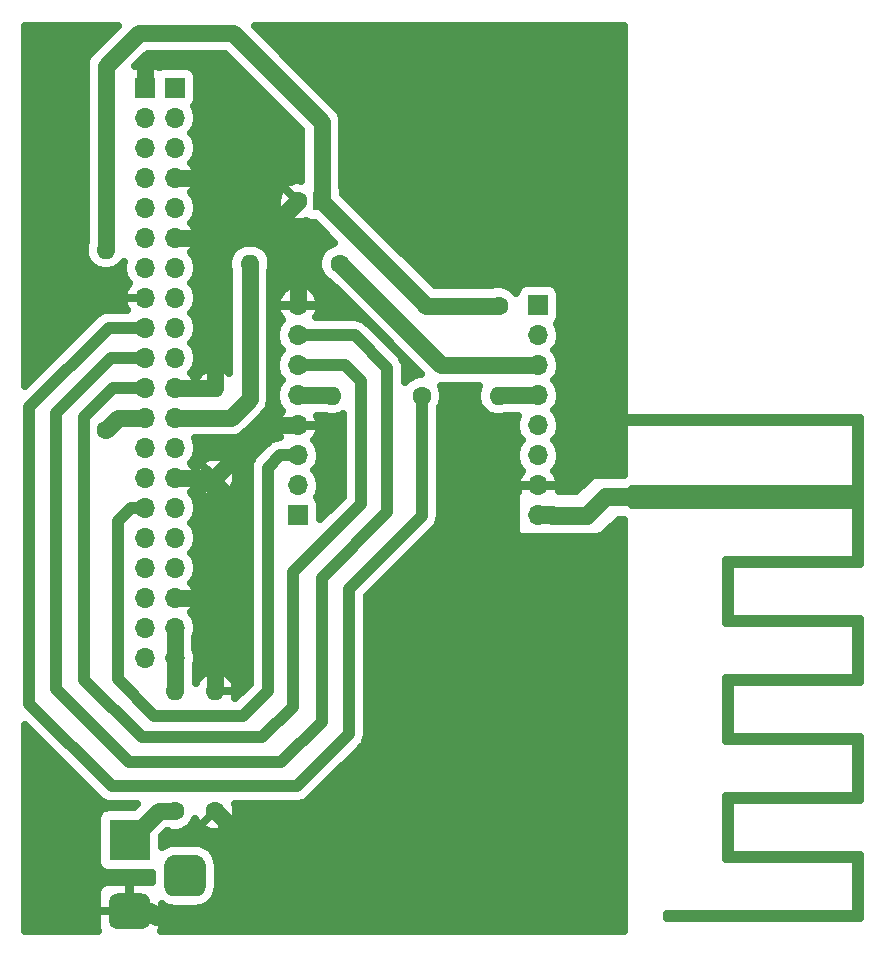
<source format=gbr>
G04 #@! TF.GenerationSoftware,KiCad,Pcbnew,(5.1.5)-3*
G04 #@! TF.CreationDate,2020-05-22T17:38:11+01:00*
G04 #@! TF.ProjectId,SB,53422e6b-6963-4616-945f-706362585858,rev?*
G04 #@! TF.SameCoordinates,Original*
G04 #@! TF.FileFunction,Copper,L2,Bot*
G04 #@! TF.FilePolarity,Positive*
%FSLAX46Y46*%
G04 Gerber Fmt 4.6, Leading zero omitted, Abs format (unit mm)*
G04 Created by KiCad (PCBNEW (5.1.5)-3) date 2020-05-22 17:38:11*
%MOMM*%
%LPD*%
G04 APERTURE LIST*
%ADD10C,1.600000*%
%ADD11O,1.600000X1.600000*%
%ADD12C,0.100000*%
%ADD13R,3.500000X3.500000*%
%ADD14O,1.700000X1.700000*%
%ADD15R,1.700000X1.700000*%
%ADD16R,1.600000X1.600000*%
%ADD17C,1.400000*%
%ADD18C,1.500000*%
%ADD19C,1.000000*%
%ADD20C,0.650000*%
G04 APERTURE END LIST*
D10*
X141605000Y-95440500D03*
D11*
X141605000Y-85280500D03*
X138239500Y-85280500D03*
D10*
X138239500Y-95440500D03*
D11*
X132384800Y-47904400D03*
D10*
X132384800Y-63144400D03*
D11*
X151485600Y-60274200D03*
D10*
X159105600Y-60274200D03*
D11*
X144551400Y-49098200D03*
D10*
X152171400Y-49098200D03*
D11*
X141605000Y-59613800D03*
D10*
X141605000Y-67233800D03*
G04 #@! TA.AperFunction,ComponentPad*
D12*
G36*
X140026765Y-99171213D02*
G01*
X140111704Y-99183813D01*
X140194999Y-99204677D01*
X140275848Y-99233605D01*
X140353472Y-99270319D01*
X140427124Y-99314464D01*
X140496094Y-99365616D01*
X140559718Y-99423282D01*
X140617384Y-99486906D01*
X140668536Y-99555876D01*
X140712681Y-99629528D01*
X140749395Y-99707152D01*
X140778323Y-99788001D01*
X140799187Y-99871296D01*
X140811787Y-99956235D01*
X140816000Y-100042000D01*
X140816000Y-101792000D01*
X140811787Y-101877765D01*
X140799187Y-101962704D01*
X140778323Y-102045999D01*
X140749395Y-102126848D01*
X140712681Y-102204472D01*
X140668536Y-102278124D01*
X140617384Y-102347094D01*
X140559718Y-102410718D01*
X140496094Y-102468384D01*
X140427124Y-102519536D01*
X140353472Y-102563681D01*
X140275848Y-102600395D01*
X140194999Y-102629323D01*
X140111704Y-102650187D01*
X140026765Y-102662787D01*
X139941000Y-102667000D01*
X138191000Y-102667000D01*
X138105235Y-102662787D01*
X138020296Y-102650187D01*
X137937001Y-102629323D01*
X137856152Y-102600395D01*
X137778528Y-102563681D01*
X137704876Y-102519536D01*
X137635906Y-102468384D01*
X137572282Y-102410718D01*
X137514616Y-102347094D01*
X137463464Y-102278124D01*
X137419319Y-102204472D01*
X137382605Y-102126848D01*
X137353677Y-102045999D01*
X137332813Y-101962704D01*
X137320213Y-101877765D01*
X137316000Y-101792000D01*
X137316000Y-100042000D01*
X137320213Y-99956235D01*
X137332813Y-99871296D01*
X137353677Y-99788001D01*
X137382605Y-99707152D01*
X137419319Y-99629528D01*
X137463464Y-99555876D01*
X137514616Y-99486906D01*
X137572282Y-99423282D01*
X137635906Y-99365616D01*
X137704876Y-99314464D01*
X137778528Y-99270319D01*
X137856152Y-99233605D01*
X137937001Y-99204677D01*
X138020296Y-99183813D01*
X138105235Y-99171213D01*
X138191000Y-99167000D01*
X139941000Y-99167000D01*
X140026765Y-99171213D01*
G37*
G04 #@! TD.AperFunction*
G04 #@! TA.AperFunction,ComponentPad*
G36*
X135439513Y-102420611D02*
G01*
X135512318Y-102431411D01*
X135583714Y-102449295D01*
X135653013Y-102474090D01*
X135719548Y-102505559D01*
X135782678Y-102543398D01*
X135841795Y-102587242D01*
X135896330Y-102636670D01*
X135945758Y-102691205D01*
X135989602Y-102750322D01*
X136027441Y-102813452D01*
X136058910Y-102879987D01*
X136083705Y-102949286D01*
X136101589Y-103020682D01*
X136112389Y-103093487D01*
X136116000Y-103167000D01*
X136116000Y-104667000D01*
X136112389Y-104740513D01*
X136101589Y-104813318D01*
X136083705Y-104884714D01*
X136058910Y-104954013D01*
X136027441Y-105020548D01*
X135989602Y-105083678D01*
X135945758Y-105142795D01*
X135896330Y-105197330D01*
X135841795Y-105246758D01*
X135782678Y-105290602D01*
X135719548Y-105328441D01*
X135653013Y-105359910D01*
X135583714Y-105384705D01*
X135512318Y-105402589D01*
X135439513Y-105413389D01*
X135366000Y-105417000D01*
X133366000Y-105417000D01*
X133292487Y-105413389D01*
X133219682Y-105402589D01*
X133148286Y-105384705D01*
X133078987Y-105359910D01*
X133012452Y-105328441D01*
X132949322Y-105290602D01*
X132890205Y-105246758D01*
X132835670Y-105197330D01*
X132786242Y-105142795D01*
X132742398Y-105083678D01*
X132704559Y-105020548D01*
X132673090Y-104954013D01*
X132648295Y-104884714D01*
X132630411Y-104813318D01*
X132619611Y-104740513D01*
X132616000Y-104667000D01*
X132616000Y-103167000D01*
X132619611Y-103093487D01*
X132630411Y-103020682D01*
X132648295Y-102949286D01*
X132673090Y-102879987D01*
X132704559Y-102813452D01*
X132742398Y-102750322D01*
X132786242Y-102691205D01*
X132835670Y-102636670D01*
X132890205Y-102587242D01*
X132949322Y-102543398D01*
X133012452Y-102505559D01*
X133078987Y-102474090D01*
X133148286Y-102449295D01*
X133219682Y-102431411D01*
X133292487Y-102420611D01*
X133366000Y-102417000D01*
X135366000Y-102417000D01*
X135439513Y-102420611D01*
G37*
G04 #@! TD.AperFunction*
D13*
X134366000Y-97917000D03*
D11*
X165608000Y-60274200D03*
D10*
X165608000Y-52654200D03*
D14*
X138226800Y-82473800D03*
X138226800Y-79933800D03*
X138226800Y-77393800D03*
X138226800Y-74853800D03*
X138226800Y-72313800D03*
X138226800Y-69773800D03*
X138226800Y-67233800D03*
X138226800Y-64693800D03*
X138226800Y-62153800D03*
X138226800Y-59613800D03*
X138226800Y-57073800D03*
X138226800Y-54533800D03*
X138226800Y-51993800D03*
X138226800Y-49453800D03*
X138226800Y-46913800D03*
X138226800Y-44373800D03*
X138226800Y-41833800D03*
X138226800Y-39293800D03*
X138226800Y-36753800D03*
D15*
X138226800Y-34213800D03*
D14*
X135686800Y-82473800D03*
X135686800Y-79933800D03*
X135686800Y-77393800D03*
X135686800Y-74853800D03*
X135686800Y-72313800D03*
X135686800Y-69773800D03*
X135686800Y-67233800D03*
X135686800Y-64693800D03*
X135686800Y-62153800D03*
X135686800Y-59613800D03*
X135686800Y-57073800D03*
X135686800Y-54533800D03*
X135686800Y-51993800D03*
X135686800Y-49453800D03*
X135686800Y-46913800D03*
X135686800Y-44373800D03*
X135686800Y-41833800D03*
X135686800Y-39293800D03*
X135686800Y-36753800D03*
D15*
X135686800Y-34213800D03*
D10*
X148639780Y-43815000D03*
D16*
X150639780Y-43815000D03*
D14*
X168961053Y-70414873D03*
X168961053Y-67874873D03*
X168961053Y-65334873D03*
X168961053Y-62794873D03*
X168961053Y-60254873D03*
X168961053Y-57714873D03*
X168961053Y-55174873D03*
D15*
X168961053Y-52634873D03*
D14*
X148641052Y-52634875D03*
X148641052Y-55174875D03*
X148641052Y-57714875D03*
X148641052Y-60254875D03*
X148641052Y-62794875D03*
X148641052Y-65334875D03*
X148641052Y-67874875D03*
D15*
X148641052Y-70414875D03*
D17*
X159478980Y-52654200D02*
X150639780Y-43815000D01*
X165608000Y-52654200D02*
X159478980Y-52654200D01*
X143129000Y-29591000D02*
X150639780Y-37101780D01*
X132384800Y-46773030D02*
X132397500Y-46760330D01*
X150639780Y-37101780D02*
X150639780Y-43815000D01*
X132384800Y-47904400D02*
X132384800Y-46773030D01*
X132397500Y-46760330D02*
X132397500Y-32385000D01*
X132397500Y-32385000D02*
X135191500Y-29591000D01*
X135191500Y-29591000D02*
X143129000Y-29591000D01*
X152971399Y-49898199D02*
X152971399Y-49910899D01*
X152171400Y-49098200D02*
X152971399Y-49898199D01*
X160775373Y-57714873D02*
X168961053Y-57714873D01*
X152971399Y-49910899D02*
X160775373Y-57714873D01*
D18*
X170163134Y-70414873D02*
X170207861Y-70459600D01*
X168961053Y-70414873D02*
X170163134Y-70414873D01*
X170207861Y-70459600D02*
X173101000Y-70459600D01*
X173101000Y-70459600D02*
X174726600Y-68834000D01*
X174726600Y-68834000D02*
X177266600Y-68834000D01*
D17*
X136842500Y-95440500D02*
X134366000Y-97917000D01*
X138239500Y-95440500D02*
X136842500Y-95440500D01*
D19*
X132791200Y-57073800D02*
X135686800Y-57073800D01*
X156146500Y-57912000D02*
X156146500Y-70167500D01*
X153416000Y-55181500D02*
X156146500Y-57912000D01*
X149843133Y-55174875D02*
X149849758Y-55181500D01*
X148641052Y-55174875D02*
X149843133Y-55174875D01*
X149849758Y-55181500D02*
X153416000Y-55181500D01*
X156146500Y-70167500D02*
X150622000Y-75692000D01*
X150622000Y-87884000D02*
X147193000Y-91313000D01*
X150622000Y-75692000D02*
X150622000Y-87884000D01*
X128143000Y-85153500D02*
X128143000Y-61722000D01*
X147193000Y-91313000D02*
X134302500Y-91313000D01*
X128143000Y-61722000D02*
X132791200Y-57073800D01*
X134302500Y-91313000D02*
X128143000Y-85153500D01*
X149843133Y-57714875D02*
X149849758Y-57721500D01*
X148641052Y-57714875D02*
X149843133Y-57714875D01*
X148209000Y-86614000D02*
X145605500Y-89217500D01*
X130492500Y-62103000D02*
X132981700Y-59613800D01*
X152583875Y-57714875D02*
X153924000Y-59055000D01*
X153924000Y-69469000D02*
X148209000Y-75184000D01*
X132981700Y-59613800D02*
X135686800Y-59613800D01*
X130492500Y-84328000D02*
X130492500Y-62103000D01*
X135382000Y-89217500D02*
X130492500Y-84328000D01*
X148209000Y-75184000D02*
X148209000Y-86614000D01*
X149843133Y-57714875D02*
X152583875Y-57714875D01*
X145605500Y-89217500D02*
X135382000Y-89217500D01*
X153924000Y-59055000D02*
X153924000Y-69469000D01*
D17*
X151466275Y-60254875D02*
X151485600Y-60274200D01*
X148641052Y-60254875D02*
X151466275Y-60254875D01*
D19*
X133350000Y-70908519D02*
X134484719Y-69773800D01*
X133350000Y-84264500D02*
X133350000Y-70908519D01*
X134484719Y-69773800D02*
X135686800Y-69773800D01*
X136461500Y-87376000D02*
X133350000Y-84264500D01*
X147136125Y-65334875D02*
X146050000Y-66421000D01*
X148641052Y-65334875D02*
X147136125Y-65334875D01*
X146050000Y-66421000D02*
X146050000Y-85280500D01*
X146050000Y-85280500D02*
X143954500Y-87376000D01*
X143954500Y-87376000D02*
X136461500Y-87376000D01*
D17*
X133375400Y-62153800D02*
X132384800Y-63144400D01*
X135686800Y-62153800D02*
X133375400Y-62153800D01*
D19*
X132600700Y-54533800D02*
X135686800Y-54533800D01*
X125857000Y-86360000D02*
X125857000Y-61277500D01*
X132842000Y-93345000D02*
X125857000Y-86360000D01*
X159105600Y-70446900D02*
X152908000Y-76644500D01*
X152908000Y-76644500D02*
X152908000Y-88963500D01*
X125857000Y-61277500D02*
X132600700Y-54533800D01*
X159105600Y-60274200D02*
X159105600Y-70446900D01*
X152908000Y-88963500D02*
X148526500Y-93345000D01*
X148526500Y-93345000D02*
X132842000Y-93345000D01*
D17*
X138226800Y-79933800D02*
X138226800Y-82473800D01*
X138239500Y-82486500D02*
X138226800Y-82473800D01*
X138239500Y-85280500D02*
X138239500Y-82486500D01*
X139428881Y-62153800D02*
X139441581Y-62166500D01*
X138226800Y-62153800D02*
X139428881Y-62153800D01*
X139441581Y-62166500D02*
X142938500Y-62166500D01*
X144551400Y-60553600D02*
X144551400Y-49098200D01*
X142938500Y-62166500D02*
X144551400Y-60553600D01*
X165627327Y-60254873D02*
X165608000Y-60274200D01*
X168961053Y-60254873D02*
X165627327Y-60254873D01*
D19*
X176745900Y-62318900D02*
X175475900Y-62318900D01*
D17*
X142494000Y-96329500D02*
X141605000Y-95440500D01*
X136116000Y-103917000D02*
X136593000Y-104394000D01*
X134366000Y-103917000D02*
X136116000Y-103917000D01*
X136593000Y-104394000D02*
X141224000Y-104394000D01*
X141224000Y-104394000D02*
X142494000Y-103124000D01*
X142494000Y-103124000D02*
X142494000Y-96329500D01*
X148721052Y-52554875D02*
X148641051Y-52634875D01*
X141020800Y-46913800D02*
X138226800Y-46913800D01*
X141046200Y-46888400D02*
X141020800Y-46913800D01*
X138226800Y-41833800D02*
X140741400Y-41833800D01*
X141046200Y-42138600D02*
X141046200Y-46888400D01*
X140741400Y-41833800D02*
X141046200Y-42138600D01*
X138226800Y-59613800D02*
X141605000Y-59613800D01*
X141605000Y-47447200D02*
X141605000Y-59613800D01*
X141046200Y-46888400D02*
X141605000Y-47447200D01*
X140741400Y-32664400D02*
X140741400Y-41833800D01*
X139763500Y-31686500D02*
X140741400Y-32664400D01*
X135686800Y-31963800D02*
X136002200Y-31648400D01*
X138404600Y-31648400D02*
X138442700Y-31686500D01*
X135686800Y-34213800D02*
X135686800Y-31963800D01*
X136002200Y-31648400D02*
X138404600Y-31648400D01*
X138442700Y-31686500D02*
X139763500Y-31686500D01*
X145909280Y-46545500D02*
X148639780Y-43815000D01*
X148641052Y-49277272D02*
X145909280Y-46545500D01*
X148641052Y-52634875D02*
X148641052Y-49277272D01*
X145566380Y-46888400D02*
X145909280Y-46545500D01*
X141046200Y-46888400D02*
X145566380Y-46888400D01*
X141605000Y-67233800D02*
X138226800Y-67233800D01*
X141605000Y-77393800D02*
X138226800Y-77393800D01*
X141605000Y-67233800D02*
X141605000Y-77393800D01*
X141605000Y-84149130D02*
X141605000Y-77393800D01*
X141605000Y-85280500D02*
X141605000Y-84149130D01*
X146043925Y-62794875D02*
X141605000Y-67233800D01*
X148641052Y-62794875D02*
X146043925Y-62794875D01*
D20*
G36*
X196218070Y-74503400D02*
G01*
X185534710Y-74503400D01*
X185471306Y-74509645D01*
X185410338Y-74528139D01*
X185354150Y-74558172D01*
X185304900Y-74598590D01*
X185264482Y-74647840D01*
X185234449Y-74704028D01*
X185215955Y-74764996D01*
X185209710Y-74828400D01*
X185209710Y-78854300D01*
X185215955Y-78917704D01*
X185234449Y-78978672D01*
X185264482Y-79034860D01*
X185304900Y-79084110D01*
X185354150Y-79124528D01*
X185410338Y-79154561D01*
X185471306Y-79173055D01*
X185534710Y-79179300D01*
X196218070Y-79179300D01*
X196218070Y-84508685D01*
X185531945Y-84516080D01*
X185468545Y-84522369D01*
X185407590Y-84540905D01*
X185351423Y-84570977D01*
X185302201Y-84611429D01*
X185261817Y-84660707D01*
X185231823Y-84716916D01*
X185213371Y-84777896D01*
X185207170Y-84841286D01*
X185209710Y-88846866D01*
X185215995Y-88910266D01*
X185234528Y-88971222D01*
X185264597Y-89027392D01*
X185305046Y-89076615D01*
X185354321Y-89117002D01*
X185410528Y-89147000D01*
X185471508Y-89165455D01*
X185534710Y-89171660D01*
X196218070Y-89171660D01*
X196218070Y-94513520D01*
X185534710Y-94513520D01*
X185471306Y-94519765D01*
X185410338Y-94538259D01*
X185354150Y-94568292D01*
X185304900Y-94608710D01*
X185264482Y-94657960D01*
X185234449Y-94714148D01*
X185215955Y-94775116D01*
X185209710Y-94838725D01*
X185212250Y-98864625D01*
X185218535Y-98928025D01*
X185237068Y-98988982D01*
X185267136Y-99045151D01*
X185307585Y-99094375D01*
X185356860Y-99134761D01*
X185413067Y-99164759D01*
X185474047Y-99183215D01*
X185537475Y-99189420D01*
X196222874Y-99182025D01*
X196218345Y-104528789D01*
X179893250Y-104531231D01*
X179893250Y-104195812D01*
X195557498Y-104198300D01*
X195620904Y-104192065D01*
X195681874Y-104173581D01*
X195738067Y-104143556D01*
X195787323Y-104103146D01*
X195827749Y-104053903D01*
X195857791Y-103997720D01*
X195876295Y-103936755D01*
X195882550Y-103873710D01*
X195887630Y-99845270D01*
X195881465Y-99781858D01*
X195863047Y-99720867D01*
X195833085Y-99664641D01*
X195792729Y-99615340D01*
X195743531Y-99574860D01*
X195687381Y-99544756D01*
X195626436Y-99526185D01*
X195562555Y-99519860D01*
X184876730Y-99522325D01*
X184876730Y-94180540D01*
X195560090Y-94180540D01*
X195623494Y-94174295D01*
X195684462Y-94155801D01*
X195740650Y-94125768D01*
X195789900Y-94085350D01*
X195830318Y-94036100D01*
X195860351Y-93979912D01*
X195878845Y-93918944D01*
X195885090Y-93855540D01*
X195885090Y-89829640D01*
X195878845Y-89766236D01*
X195860351Y-89705268D01*
X195830318Y-89649080D01*
X195789900Y-89599830D01*
X195740650Y-89559412D01*
X195684462Y-89529379D01*
X195623494Y-89510885D01*
X195560090Y-89504640D01*
X184876730Y-89504640D01*
X184876730Y-84188330D01*
X195559940Y-84193260D01*
X195623347Y-84187044D01*
X195684324Y-84168578D01*
X195740526Y-84138571D01*
X195789794Y-84098176D01*
X195830234Y-84048945D01*
X195860293Y-83992771D01*
X195878816Y-83931811D01*
X195885090Y-83868260D01*
X195885090Y-79837280D01*
X195878845Y-79773876D01*
X195860351Y-79712908D01*
X195830318Y-79656720D01*
X195789900Y-79607470D01*
X195740650Y-79567052D01*
X195684462Y-79537019D01*
X195623494Y-79518525D01*
X195560090Y-79512280D01*
X184876730Y-79512280D01*
X184876730Y-74170420D01*
X195560090Y-74170420D01*
X195623494Y-74164175D01*
X195684462Y-74145681D01*
X195740650Y-74115648D01*
X195789900Y-74075230D01*
X195830318Y-74025980D01*
X195860351Y-73969792D01*
X195878845Y-73908824D01*
X195885090Y-73845420D01*
X195885090Y-69819520D01*
X195878845Y-69756116D01*
X195860351Y-69695148D01*
X195830318Y-69638960D01*
X195789900Y-69589710D01*
X195740650Y-69549292D01*
X195684462Y-69519259D01*
X195623494Y-69500765D01*
X195560090Y-69494520D01*
X176868110Y-69494520D01*
X176868110Y-68168400D01*
X195560090Y-68168400D01*
X195623494Y-68162155D01*
X195684462Y-68143661D01*
X195740650Y-68113628D01*
X195789900Y-68073210D01*
X195830318Y-68023960D01*
X195860351Y-67967772D01*
X195878845Y-67906804D01*
X195885090Y-67843400D01*
X195885090Y-62801500D01*
X195878845Y-62738096D01*
X195860351Y-62677128D01*
X195830318Y-62620940D01*
X195789900Y-62571690D01*
X195740650Y-62531272D01*
X195684462Y-62501239D01*
X195623494Y-62482745D01*
X195560090Y-62476500D01*
X176868110Y-62476500D01*
X176868110Y-62168920D01*
X196218070Y-62168920D01*
X196218070Y-74503400D01*
G37*
X196218070Y-74503400D02*
X185534710Y-74503400D01*
X185471306Y-74509645D01*
X185410338Y-74528139D01*
X185354150Y-74558172D01*
X185304900Y-74598590D01*
X185264482Y-74647840D01*
X185234449Y-74704028D01*
X185215955Y-74764996D01*
X185209710Y-74828400D01*
X185209710Y-78854300D01*
X185215955Y-78917704D01*
X185234449Y-78978672D01*
X185264482Y-79034860D01*
X185304900Y-79084110D01*
X185354150Y-79124528D01*
X185410338Y-79154561D01*
X185471306Y-79173055D01*
X185534710Y-79179300D01*
X196218070Y-79179300D01*
X196218070Y-84508685D01*
X185531945Y-84516080D01*
X185468545Y-84522369D01*
X185407590Y-84540905D01*
X185351423Y-84570977D01*
X185302201Y-84611429D01*
X185261817Y-84660707D01*
X185231823Y-84716916D01*
X185213371Y-84777896D01*
X185207170Y-84841286D01*
X185209710Y-88846866D01*
X185215995Y-88910266D01*
X185234528Y-88971222D01*
X185264597Y-89027392D01*
X185305046Y-89076615D01*
X185354321Y-89117002D01*
X185410528Y-89147000D01*
X185471508Y-89165455D01*
X185534710Y-89171660D01*
X196218070Y-89171660D01*
X196218070Y-94513520D01*
X185534710Y-94513520D01*
X185471306Y-94519765D01*
X185410338Y-94538259D01*
X185354150Y-94568292D01*
X185304900Y-94608710D01*
X185264482Y-94657960D01*
X185234449Y-94714148D01*
X185215955Y-94775116D01*
X185209710Y-94838725D01*
X185212250Y-98864625D01*
X185218535Y-98928025D01*
X185237068Y-98988982D01*
X185267136Y-99045151D01*
X185307585Y-99094375D01*
X185356860Y-99134761D01*
X185413067Y-99164759D01*
X185474047Y-99183215D01*
X185537475Y-99189420D01*
X196222874Y-99182025D01*
X196218345Y-104528789D01*
X179893250Y-104531231D01*
X179893250Y-104195812D01*
X195557498Y-104198300D01*
X195620904Y-104192065D01*
X195681874Y-104173581D01*
X195738067Y-104143556D01*
X195787323Y-104103146D01*
X195827749Y-104053903D01*
X195857791Y-103997720D01*
X195876295Y-103936755D01*
X195882550Y-103873710D01*
X195887630Y-99845270D01*
X195881465Y-99781858D01*
X195863047Y-99720867D01*
X195833085Y-99664641D01*
X195792729Y-99615340D01*
X195743531Y-99574860D01*
X195687381Y-99544756D01*
X195626436Y-99526185D01*
X195562555Y-99519860D01*
X184876730Y-99522325D01*
X184876730Y-94180540D01*
X195560090Y-94180540D01*
X195623494Y-94174295D01*
X195684462Y-94155801D01*
X195740650Y-94125768D01*
X195789900Y-94085350D01*
X195830318Y-94036100D01*
X195860351Y-93979912D01*
X195878845Y-93918944D01*
X195885090Y-93855540D01*
X195885090Y-89829640D01*
X195878845Y-89766236D01*
X195860351Y-89705268D01*
X195830318Y-89649080D01*
X195789900Y-89599830D01*
X195740650Y-89559412D01*
X195684462Y-89529379D01*
X195623494Y-89510885D01*
X195560090Y-89504640D01*
X184876730Y-89504640D01*
X184876730Y-84188330D01*
X195559940Y-84193260D01*
X195623347Y-84187044D01*
X195684324Y-84168578D01*
X195740526Y-84138571D01*
X195789794Y-84098176D01*
X195830234Y-84048945D01*
X195860293Y-83992771D01*
X195878816Y-83931811D01*
X195885090Y-83868260D01*
X195885090Y-79837280D01*
X195878845Y-79773876D01*
X195860351Y-79712908D01*
X195830318Y-79656720D01*
X195789900Y-79607470D01*
X195740650Y-79567052D01*
X195684462Y-79537019D01*
X195623494Y-79518525D01*
X195560090Y-79512280D01*
X184876730Y-79512280D01*
X184876730Y-74170420D01*
X195560090Y-74170420D01*
X195623494Y-74164175D01*
X195684462Y-74145681D01*
X195740650Y-74115648D01*
X195789900Y-74075230D01*
X195830318Y-74025980D01*
X195860351Y-73969792D01*
X195878845Y-73908824D01*
X195885090Y-73845420D01*
X195885090Y-69819520D01*
X195878845Y-69756116D01*
X195860351Y-69695148D01*
X195830318Y-69638960D01*
X195789900Y-69589710D01*
X195740650Y-69549292D01*
X195684462Y-69519259D01*
X195623494Y-69500765D01*
X195560090Y-69494520D01*
X176868110Y-69494520D01*
X176868110Y-68168400D01*
X195560090Y-68168400D01*
X195623494Y-68162155D01*
X195684462Y-68143661D01*
X195740650Y-68113628D01*
X195789900Y-68073210D01*
X195830318Y-68023960D01*
X195860351Y-67967772D01*
X195878845Y-67906804D01*
X195885090Y-67843400D01*
X195885090Y-62801500D01*
X195878845Y-62738096D01*
X195860351Y-62677128D01*
X195830318Y-62620940D01*
X195789900Y-62571690D01*
X195740650Y-62531272D01*
X195684462Y-62501239D01*
X195623494Y-62482745D01*
X195560090Y-62476500D01*
X176868110Y-62476500D01*
X176868110Y-62168920D01*
X196218070Y-62168920D01*
X196218070Y-74503400D01*
G36*
X176205000Y-66985000D02*
G01*
X173736000Y-66985000D01*
X173672596Y-66991245D01*
X173611628Y-67009739D01*
X173555440Y-67039772D01*
X173506190Y-67080190D01*
X172204380Y-68382000D01*
X170706346Y-68382000D01*
X170741298Y-68276562D01*
X170759504Y-68185031D01*
X170542105Y-67899873D01*
X168986053Y-67899873D01*
X168986053Y-67919873D01*
X168936053Y-67919873D01*
X168936053Y-67899873D01*
X167380001Y-67899873D01*
X167162602Y-68185031D01*
X167180808Y-68276562D01*
X167229630Y-68423842D01*
X167205440Y-68436772D01*
X167156190Y-68477190D01*
X167115772Y-68526440D01*
X167085739Y-68582628D01*
X167067245Y-68643596D01*
X167061000Y-68707000D01*
X167061000Y-71882000D01*
X167067245Y-71945404D01*
X167085739Y-72006372D01*
X167115772Y-72062560D01*
X167156190Y-72111810D01*
X167205440Y-72152228D01*
X167261628Y-72182261D01*
X167322596Y-72200755D01*
X167386000Y-72207000D01*
X168627947Y-72207000D01*
X168650894Y-72213325D01*
X168659191Y-72207000D01*
X169262915Y-72207000D01*
X169271212Y-72213325D01*
X169294159Y-72207000D01*
X174117000Y-72207000D01*
X174180404Y-72200755D01*
X174241372Y-72182261D01*
X174297560Y-72152228D01*
X174336611Y-72121575D01*
X175767420Y-70810000D01*
X176205000Y-70810000D01*
X176205000Y-105630000D01*
X137070260Y-105630000D01*
X137076893Y-105608134D01*
X137095718Y-105417000D01*
X137091000Y-104185750D01*
X136847250Y-103942000D01*
X134391000Y-103942000D01*
X134391000Y-103962000D01*
X134341000Y-103962000D01*
X134341000Y-103942000D01*
X131884750Y-103942000D01*
X131641000Y-104185750D01*
X131636282Y-105417000D01*
X131655107Y-105608134D01*
X131661740Y-105630000D01*
X125510000Y-105630000D01*
X125510000Y-102417000D01*
X131636282Y-102417000D01*
X131641000Y-103648250D01*
X131884750Y-103892000D01*
X134341000Y-103892000D01*
X134341000Y-101685750D01*
X134097250Y-101442000D01*
X132616000Y-101437282D01*
X132424866Y-101456107D01*
X132241078Y-101511859D01*
X132071698Y-101602394D01*
X131923235Y-101724235D01*
X131801394Y-101872698D01*
X131710859Y-102042078D01*
X131655107Y-102225866D01*
X131636282Y-102417000D01*
X125510000Y-102417000D01*
X125510000Y-88169674D01*
X131710692Y-94370368D01*
X131758445Y-94428555D01*
X131990656Y-94619126D01*
X132255584Y-94760733D01*
X132543048Y-94847934D01*
X132842000Y-94877378D01*
X132916911Y-94870000D01*
X134973481Y-94870000D01*
X134706440Y-95137041D01*
X132616000Y-95137041D01*
X132415065Y-95156831D01*
X132221852Y-95215442D01*
X132043785Y-95310620D01*
X131887709Y-95438709D01*
X131759620Y-95594785D01*
X131664442Y-95772852D01*
X131605831Y-95966065D01*
X131586041Y-96167000D01*
X131586041Y-99667000D01*
X131605831Y-99867935D01*
X131664442Y-100061148D01*
X131759620Y-100239215D01*
X131887709Y-100395291D01*
X132043785Y-100523380D01*
X132221852Y-100618558D01*
X132415065Y-100677169D01*
X132616000Y-100696959D01*
X136116000Y-100696959D01*
X136286041Y-100680212D01*
X136286041Y-101454030D01*
X136116000Y-101437282D01*
X134634750Y-101442000D01*
X134391000Y-101685750D01*
X134391000Y-103892000D01*
X136847250Y-103892000D01*
X137091000Y-103648250D01*
X137092171Y-103342686D01*
X137132661Y-103375916D01*
X137462004Y-103551953D01*
X137819361Y-103660356D01*
X138191000Y-103696959D01*
X139941000Y-103696959D01*
X140312639Y-103660356D01*
X140669996Y-103551953D01*
X140999339Y-103375916D01*
X141288009Y-103139009D01*
X141524916Y-102850339D01*
X141700953Y-102520996D01*
X141809356Y-102163639D01*
X141845959Y-101792000D01*
X141845959Y-100042000D01*
X141809356Y-99670361D01*
X141700953Y-99313004D01*
X141524916Y-98983661D01*
X141288009Y-98694991D01*
X140999339Y-98458084D01*
X140669996Y-98282047D01*
X140312639Y-98173644D01*
X139941000Y-98137041D01*
X138191000Y-98137041D01*
X137819361Y-98173644D01*
X137462004Y-98282047D01*
X137145959Y-98450976D01*
X137145959Y-97576560D01*
X137557019Y-97165500D01*
X137635064Y-97165500D01*
X137707167Y-97195366D01*
X138059753Y-97265500D01*
X138419247Y-97265500D01*
X138771833Y-97195366D01*
X139103961Y-97057794D01*
X139402869Y-96858070D01*
X139657070Y-96603869D01*
X139695159Y-96546864D01*
X140533991Y-96546864D01*
X140576961Y-96898005D01*
X140881061Y-97070560D01*
X141212980Y-97180472D01*
X141559964Y-97223518D01*
X141908680Y-97198044D01*
X142245725Y-97105028D01*
X142558147Y-96948045D01*
X142633039Y-96898005D01*
X142676009Y-96546864D01*
X141605000Y-95475855D01*
X140533991Y-96546864D01*
X139695159Y-96546864D01*
X139856794Y-96304961D01*
X139945403Y-96091039D01*
X140097455Y-96393647D01*
X140147495Y-96468539D01*
X140498636Y-96511509D01*
X141569645Y-95440500D01*
X141555503Y-95426358D01*
X141590858Y-95391003D01*
X141605000Y-95405145D01*
X141619143Y-95391003D01*
X141654498Y-95426358D01*
X141640355Y-95440500D01*
X142711364Y-96511509D01*
X143062505Y-96468539D01*
X143235060Y-96164439D01*
X143344972Y-95832520D01*
X143388018Y-95485536D01*
X143362544Y-95136820D01*
X143288908Y-94870000D01*
X148451589Y-94870000D01*
X148526500Y-94877378D01*
X148825452Y-94847934D01*
X148984211Y-94799775D01*
X149112916Y-94760733D01*
X149377844Y-94619126D01*
X149610055Y-94428555D01*
X149657817Y-94370358D01*
X153933368Y-90094808D01*
X153991555Y-90047055D01*
X154182126Y-89814844D01*
X154323733Y-89549916D01*
X154410934Y-89262452D01*
X154433000Y-89038411D01*
X154440378Y-88963500D01*
X154433000Y-88888589D01*
X154433000Y-77276174D01*
X160130963Y-71578212D01*
X160189155Y-71530455D01*
X160379726Y-71298244D01*
X160521333Y-71033316D01*
X160581914Y-70833608D01*
X160608534Y-70745853D01*
X160637978Y-70446900D01*
X160630600Y-70371989D01*
X160630600Y-61276789D01*
X160722894Y-61138661D01*
X160860466Y-60806533D01*
X160930600Y-60453947D01*
X160930600Y-60094453D01*
X160860466Y-59741867D01*
X160737279Y-59444467D01*
X160775373Y-59448219D01*
X160860111Y-59439873D01*
X163978224Y-59439873D01*
X163853134Y-59741867D01*
X163783000Y-60094453D01*
X163783000Y-60453947D01*
X163853134Y-60806533D01*
X163990706Y-61138661D01*
X164190430Y-61437569D01*
X164444631Y-61691770D01*
X164743539Y-61891494D01*
X165075667Y-62029066D01*
X165428253Y-62099200D01*
X165787747Y-62099200D01*
X166140333Y-62029066D01*
X166259095Y-61979873D01*
X167269152Y-61979873D01*
X167158109Y-62247956D01*
X167086053Y-62610202D01*
X167086053Y-62979544D01*
X167158109Y-63341790D01*
X167299450Y-63683018D01*
X167504646Y-63990116D01*
X167579403Y-64064873D01*
X167504646Y-64139630D01*
X167299450Y-64446728D01*
X167158109Y-64787956D01*
X167086053Y-65150202D01*
X167086053Y-65519544D01*
X167158109Y-65881790D01*
X167299450Y-66223018D01*
X167504646Y-66530116D01*
X167621640Y-66647110D01*
X167470040Y-66822491D01*
X167293380Y-67133594D01*
X167180808Y-67473184D01*
X167162602Y-67564715D01*
X167380001Y-67849873D01*
X168936053Y-67849873D01*
X168936053Y-67829873D01*
X168986053Y-67829873D01*
X168986053Y-67849873D01*
X170542105Y-67849873D01*
X170759504Y-67564715D01*
X170741298Y-67473184D01*
X170628726Y-67133594D01*
X170452066Y-66822491D01*
X170300466Y-66647110D01*
X170417460Y-66530116D01*
X170622656Y-66223018D01*
X170763997Y-65881790D01*
X170836053Y-65519544D01*
X170836053Y-65150202D01*
X170763997Y-64787956D01*
X170622656Y-64446728D01*
X170417460Y-64139630D01*
X170342703Y-64064873D01*
X170417460Y-63990116D01*
X170622656Y-63683018D01*
X170763997Y-63341790D01*
X170836053Y-62979544D01*
X170836053Y-62610202D01*
X170763997Y-62247956D01*
X170622656Y-61906728D01*
X170417460Y-61599630D01*
X170342703Y-61524873D01*
X170417460Y-61450116D01*
X170622656Y-61143018D01*
X170763997Y-60801790D01*
X170836053Y-60439544D01*
X170836053Y-60070202D01*
X170763997Y-59707956D01*
X170622656Y-59366728D01*
X170417460Y-59059630D01*
X170342703Y-58984873D01*
X170417460Y-58910116D01*
X170622656Y-58603018D01*
X170763997Y-58261790D01*
X170836053Y-57899544D01*
X170836053Y-57530202D01*
X170763997Y-57167956D01*
X170622656Y-56826728D01*
X170417460Y-56519630D01*
X170342703Y-56444873D01*
X170417460Y-56370116D01*
X170622656Y-56063018D01*
X170763997Y-55721790D01*
X170836053Y-55359544D01*
X170836053Y-54990202D01*
X170763997Y-54627956D01*
X170622656Y-54286728D01*
X170558173Y-54190222D01*
X170667433Y-54057088D01*
X170762611Y-53879021D01*
X170821222Y-53685808D01*
X170841012Y-53484873D01*
X170841012Y-51784873D01*
X170821222Y-51583938D01*
X170762611Y-51390725D01*
X170667433Y-51212658D01*
X170539344Y-51056582D01*
X170383268Y-50928493D01*
X170205201Y-50833315D01*
X170011988Y-50774704D01*
X169811053Y-50754914D01*
X168111053Y-50754914D01*
X167910118Y-50774704D01*
X167716905Y-50833315D01*
X167538838Y-50928493D01*
X167382762Y-51056582D01*
X167254673Y-51212658D01*
X167159495Y-51390725D01*
X167100884Y-51583938D01*
X167099201Y-51601027D01*
X167025570Y-51490831D01*
X166771369Y-51236630D01*
X166472461Y-51036906D01*
X166140333Y-50899334D01*
X165787747Y-50829200D01*
X165428253Y-50829200D01*
X165075667Y-50899334D01*
X165003564Y-50929200D01*
X160193499Y-50929200D01*
X152469739Y-43205441D01*
X152469739Y-43015000D01*
X152449949Y-42814065D01*
X152391338Y-42620852D01*
X152364780Y-42571165D01*
X152364780Y-37186518D01*
X152373126Y-37101780D01*
X152339820Y-36763620D01*
X152241183Y-36438457D01*
X152117404Y-36206883D01*
X152081005Y-36138785D01*
X151865441Y-35876119D01*
X151799622Y-35822103D01*
X144967518Y-28990000D01*
X176205000Y-28990000D01*
X176205000Y-66985000D01*
G37*
X176205000Y-66985000D02*
X173736000Y-66985000D01*
X173672596Y-66991245D01*
X173611628Y-67009739D01*
X173555440Y-67039772D01*
X173506190Y-67080190D01*
X172204380Y-68382000D01*
X170706346Y-68382000D01*
X170741298Y-68276562D01*
X170759504Y-68185031D01*
X170542105Y-67899873D01*
X168986053Y-67899873D01*
X168986053Y-67919873D01*
X168936053Y-67919873D01*
X168936053Y-67899873D01*
X167380001Y-67899873D01*
X167162602Y-68185031D01*
X167180808Y-68276562D01*
X167229630Y-68423842D01*
X167205440Y-68436772D01*
X167156190Y-68477190D01*
X167115772Y-68526440D01*
X167085739Y-68582628D01*
X167067245Y-68643596D01*
X167061000Y-68707000D01*
X167061000Y-71882000D01*
X167067245Y-71945404D01*
X167085739Y-72006372D01*
X167115772Y-72062560D01*
X167156190Y-72111810D01*
X167205440Y-72152228D01*
X167261628Y-72182261D01*
X167322596Y-72200755D01*
X167386000Y-72207000D01*
X168627947Y-72207000D01*
X168650894Y-72213325D01*
X168659191Y-72207000D01*
X169262915Y-72207000D01*
X169271212Y-72213325D01*
X169294159Y-72207000D01*
X174117000Y-72207000D01*
X174180404Y-72200755D01*
X174241372Y-72182261D01*
X174297560Y-72152228D01*
X174336611Y-72121575D01*
X175767420Y-70810000D01*
X176205000Y-70810000D01*
X176205000Y-105630000D01*
X137070260Y-105630000D01*
X137076893Y-105608134D01*
X137095718Y-105417000D01*
X137091000Y-104185750D01*
X136847250Y-103942000D01*
X134391000Y-103942000D01*
X134391000Y-103962000D01*
X134341000Y-103962000D01*
X134341000Y-103942000D01*
X131884750Y-103942000D01*
X131641000Y-104185750D01*
X131636282Y-105417000D01*
X131655107Y-105608134D01*
X131661740Y-105630000D01*
X125510000Y-105630000D01*
X125510000Y-102417000D01*
X131636282Y-102417000D01*
X131641000Y-103648250D01*
X131884750Y-103892000D01*
X134341000Y-103892000D01*
X134341000Y-101685750D01*
X134097250Y-101442000D01*
X132616000Y-101437282D01*
X132424866Y-101456107D01*
X132241078Y-101511859D01*
X132071698Y-101602394D01*
X131923235Y-101724235D01*
X131801394Y-101872698D01*
X131710859Y-102042078D01*
X131655107Y-102225866D01*
X131636282Y-102417000D01*
X125510000Y-102417000D01*
X125510000Y-88169674D01*
X131710692Y-94370368D01*
X131758445Y-94428555D01*
X131990656Y-94619126D01*
X132255584Y-94760733D01*
X132543048Y-94847934D01*
X132842000Y-94877378D01*
X132916911Y-94870000D01*
X134973481Y-94870000D01*
X134706440Y-95137041D01*
X132616000Y-95137041D01*
X132415065Y-95156831D01*
X132221852Y-95215442D01*
X132043785Y-95310620D01*
X131887709Y-95438709D01*
X131759620Y-95594785D01*
X131664442Y-95772852D01*
X131605831Y-95966065D01*
X131586041Y-96167000D01*
X131586041Y-99667000D01*
X131605831Y-99867935D01*
X131664442Y-100061148D01*
X131759620Y-100239215D01*
X131887709Y-100395291D01*
X132043785Y-100523380D01*
X132221852Y-100618558D01*
X132415065Y-100677169D01*
X132616000Y-100696959D01*
X136116000Y-100696959D01*
X136286041Y-100680212D01*
X136286041Y-101454030D01*
X136116000Y-101437282D01*
X134634750Y-101442000D01*
X134391000Y-101685750D01*
X134391000Y-103892000D01*
X136847250Y-103892000D01*
X137091000Y-103648250D01*
X137092171Y-103342686D01*
X137132661Y-103375916D01*
X137462004Y-103551953D01*
X137819361Y-103660356D01*
X138191000Y-103696959D01*
X139941000Y-103696959D01*
X140312639Y-103660356D01*
X140669996Y-103551953D01*
X140999339Y-103375916D01*
X141288009Y-103139009D01*
X141524916Y-102850339D01*
X141700953Y-102520996D01*
X141809356Y-102163639D01*
X141845959Y-101792000D01*
X141845959Y-100042000D01*
X141809356Y-99670361D01*
X141700953Y-99313004D01*
X141524916Y-98983661D01*
X141288009Y-98694991D01*
X140999339Y-98458084D01*
X140669996Y-98282047D01*
X140312639Y-98173644D01*
X139941000Y-98137041D01*
X138191000Y-98137041D01*
X137819361Y-98173644D01*
X137462004Y-98282047D01*
X137145959Y-98450976D01*
X137145959Y-97576560D01*
X137557019Y-97165500D01*
X137635064Y-97165500D01*
X137707167Y-97195366D01*
X138059753Y-97265500D01*
X138419247Y-97265500D01*
X138771833Y-97195366D01*
X139103961Y-97057794D01*
X139402869Y-96858070D01*
X139657070Y-96603869D01*
X139695159Y-96546864D01*
X140533991Y-96546864D01*
X140576961Y-96898005D01*
X140881061Y-97070560D01*
X141212980Y-97180472D01*
X141559964Y-97223518D01*
X141908680Y-97198044D01*
X142245725Y-97105028D01*
X142558147Y-96948045D01*
X142633039Y-96898005D01*
X142676009Y-96546864D01*
X141605000Y-95475855D01*
X140533991Y-96546864D01*
X139695159Y-96546864D01*
X139856794Y-96304961D01*
X139945403Y-96091039D01*
X140097455Y-96393647D01*
X140147495Y-96468539D01*
X140498636Y-96511509D01*
X141569645Y-95440500D01*
X141555503Y-95426358D01*
X141590858Y-95391003D01*
X141605000Y-95405145D01*
X141619143Y-95391003D01*
X141654498Y-95426358D01*
X141640355Y-95440500D01*
X142711364Y-96511509D01*
X143062505Y-96468539D01*
X143235060Y-96164439D01*
X143344972Y-95832520D01*
X143388018Y-95485536D01*
X143362544Y-95136820D01*
X143288908Y-94870000D01*
X148451589Y-94870000D01*
X148526500Y-94877378D01*
X148825452Y-94847934D01*
X148984211Y-94799775D01*
X149112916Y-94760733D01*
X149377844Y-94619126D01*
X149610055Y-94428555D01*
X149657817Y-94370358D01*
X153933368Y-90094808D01*
X153991555Y-90047055D01*
X154182126Y-89814844D01*
X154323733Y-89549916D01*
X154410934Y-89262452D01*
X154433000Y-89038411D01*
X154440378Y-88963500D01*
X154433000Y-88888589D01*
X154433000Y-77276174D01*
X160130963Y-71578212D01*
X160189155Y-71530455D01*
X160379726Y-71298244D01*
X160521333Y-71033316D01*
X160581914Y-70833608D01*
X160608534Y-70745853D01*
X160637978Y-70446900D01*
X160630600Y-70371989D01*
X160630600Y-61276789D01*
X160722894Y-61138661D01*
X160860466Y-60806533D01*
X160930600Y-60453947D01*
X160930600Y-60094453D01*
X160860466Y-59741867D01*
X160737279Y-59444467D01*
X160775373Y-59448219D01*
X160860111Y-59439873D01*
X163978224Y-59439873D01*
X163853134Y-59741867D01*
X163783000Y-60094453D01*
X163783000Y-60453947D01*
X163853134Y-60806533D01*
X163990706Y-61138661D01*
X164190430Y-61437569D01*
X164444631Y-61691770D01*
X164743539Y-61891494D01*
X165075667Y-62029066D01*
X165428253Y-62099200D01*
X165787747Y-62099200D01*
X166140333Y-62029066D01*
X166259095Y-61979873D01*
X167269152Y-61979873D01*
X167158109Y-62247956D01*
X167086053Y-62610202D01*
X167086053Y-62979544D01*
X167158109Y-63341790D01*
X167299450Y-63683018D01*
X167504646Y-63990116D01*
X167579403Y-64064873D01*
X167504646Y-64139630D01*
X167299450Y-64446728D01*
X167158109Y-64787956D01*
X167086053Y-65150202D01*
X167086053Y-65519544D01*
X167158109Y-65881790D01*
X167299450Y-66223018D01*
X167504646Y-66530116D01*
X167621640Y-66647110D01*
X167470040Y-66822491D01*
X167293380Y-67133594D01*
X167180808Y-67473184D01*
X167162602Y-67564715D01*
X167380001Y-67849873D01*
X168936053Y-67849873D01*
X168936053Y-67829873D01*
X168986053Y-67829873D01*
X168986053Y-67849873D01*
X170542105Y-67849873D01*
X170759504Y-67564715D01*
X170741298Y-67473184D01*
X170628726Y-67133594D01*
X170452066Y-66822491D01*
X170300466Y-66647110D01*
X170417460Y-66530116D01*
X170622656Y-66223018D01*
X170763997Y-65881790D01*
X170836053Y-65519544D01*
X170836053Y-65150202D01*
X170763997Y-64787956D01*
X170622656Y-64446728D01*
X170417460Y-64139630D01*
X170342703Y-64064873D01*
X170417460Y-63990116D01*
X170622656Y-63683018D01*
X170763997Y-63341790D01*
X170836053Y-62979544D01*
X170836053Y-62610202D01*
X170763997Y-62247956D01*
X170622656Y-61906728D01*
X170417460Y-61599630D01*
X170342703Y-61524873D01*
X170417460Y-61450116D01*
X170622656Y-61143018D01*
X170763997Y-60801790D01*
X170836053Y-60439544D01*
X170836053Y-60070202D01*
X170763997Y-59707956D01*
X170622656Y-59366728D01*
X170417460Y-59059630D01*
X170342703Y-58984873D01*
X170417460Y-58910116D01*
X170622656Y-58603018D01*
X170763997Y-58261790D01*
X170836053Y-57899544D01*
X170836053Y-57530202D01*
X170763997Y-57167956D01*
X170622656Y-56826728D01*
X170417460Y-56519630D01*
X170342703Y-56444873D01*
X170417460Y-56370116D01*
X170622656Y-56063018D01*
X170763997Y-55721790D01*
X170836053Y-55359544D01*
X170836053Y-54990202D01*
X170763997Y-54627956D01*
X170622656Y-54286728D01*
X170558173Y-54190222D01*
X170667433Y-54057088D01*
X170762611Y-53879021D01*
X170821222Y-53685808D01*
X170841012Y-53484873D01*
X170841012Y-51784873D01*
X170821222Y-51583938D01*
X170762611Y-51390725D01*
X170667433Y-51212658D01*
X170539344Y-51056582D01*
X170383268Y-50928493D01*
X170205201Y-50833315D01*
X170011988Y-50774704D01*
X169811053Y-50754914D01*
X168111053Y-50754914D01*
X167910118Y-50774704D01*
X167716905Y-50833315D01*
X167538838Y-50928493D01*
X167382762Y-51056582D01*
X167254673Y-51212658D01*
X167159495Y-51390725D01*
X167100884Y-51583938D01*
X167099201Y-51601027D01*
X167025570Y-51490831D01*
X166771369Y-51236630D01*
X166472461Y-51036906D01*
X166140333Y-50899334D01*
X165787747Y-50829200D01*
X165428253Y-50829200D01*
X165075667Y-50899334D01*
X165003564Y-50929200D01*
X160193499Y-50929200D01*
X152469739Y-43205441D01*
X152469739Y-43015000D01*
X152449949Y-42814065D01*
X152391338Y-42620852D01*
X152364780Y-42571165D01*
X152364780Y-37186518D01*
X152373126Y-37101780D01*
X152339820Y-36763620D01*
X152241183Y-36438457D01*
X152117404Y-36206883D01*
X152081005Y-36138785D01*
X151865441Y-35876119D01*
X151799622Y-35822103D01*
X144967518Y-28990000D01*
X176205000Y-28990000D01*
X176205000Y-66985000D01*
G36*
X148914780Y-37816299D02*
G01*
X148914781Y-42060511D01*
X148684816Y-42031982D01*
X148336100Y-42057456D01*
X147999055Y-42150472D01*
X147686633Y-42307455D01*
X147611741Y-42357495D01*
X147568771Y-42708636D01*
X148639780Y-43779645D01*
X148653923Y-43765503D01*
X148689278Y-43800858D01*
X148675135Y-43815000D01*
X148689278Y-43829143D01*
X148653923Y-43864498D01*
X148639780Y-43850355D01*
X147568771Y-44921364D01*
X147611741Y-45272505D01*
X147915841Y-45445060D01*
X148247760Y-45554972D01*
X148594744Y-45598018D01*
X148943460Y-45572544D01*
X149280505Y-45479528D01*
X149281693Y-45478931D01*
X149445632Y-45566558D01*
X149638845Y-45625169D01*
X149839780Y-45644959D01*
X150030221Y-45644959D01*
X151713742Y-47328480D01*
X151639067Y-47343334D01*
X151306939Y-47480906D01*
X151008031Y-47680630D01*
X150753830Y-47934831D01*
X150554106Y-48233739D01*
X150416534Y-48565867D01*
X150346400Y-48918453D01*
X150346400Y-49277947D01*
X150416534Y-49630533D01*
X150554106Y-49962661D01*
X150753830Y-50261569D01*
X151008031Y-50515770D01*
X151306939Y-50715494D01*
X151379043Y-50745360D01*
X151633591Y-50999908D01*
X151745738Y-51136560D01*
X151811562Y-51190580D01*
X159070181Y-58449200D01*
X158925853Y-58449200D01*
X158573267Y-58519334D01*
X158241139Y-58656906D01*
X157942231Y-58856630D01*
X157688030Y-59110831D01*
X157671500Y-59135570D01*
X157671500Y-57986910D01*
X157678878Y-57911999D01*
X157649434Y-57613047D01*
X157562233Y-57325584D01*
X157477980Y-57167958D01*
X157420626Y-57060656D01*
X157230055Y-56828445D01*
X157171864Y-56780689D01*
X154547317Y-54156143D01*
X154499555Y-54097945D01*
X154267344Y-53907374D01*
X154002416Y-53765767D01*
X153714952Y-53678566D01*
X153490911Y-53656500D01*
X153416000Y-53649122D01*
X153341089Y-53656500D01*
X150149530Y-53656500D01*
X150308725Y-53376154D01*
X150421297Y-53036564D01*
X150439503Y-52945033D01*
X150222104Y-52659875D01*
X148666052Y-52659875D01*
X148666052Y-52679875D01*
X148616052Y-52679875D01*
X148616052Y-52659875D01*
X147060000Y-52659875D01*
X146842601Y-52945033D01*
X146860807Y-53036564D01*
X146973379Y-53376154D01*
X147150039Y-53687257D01*
X147301639Y-53862638D01*
X147184645Y-53979632D01*
X146979449Y-54286730D01*
X146838108Y-54627958D01*
X146766052Y-54990204D01*
X146766052Y-55359546D01*
X146838108Y-55721792D01*
X146979449Y-56063020D01*
X147184645Y-56370118D01*
X147259402Y-56444875D01*
X147184645Y-56519632D01*
X146979449Y-56826730D01*
X146838108Y-57167958D01*
X146766052Y-57530204D01*
X146766052Y-57899546D01*
X146838108Y-58261792D01*
X146979449Y-58603020D01*
X147184645Y-58910118D01*
X147259402Y-58984875D01*
X147184645Y-59059632D01*
X146979449Y-59366730D01*
X146838108Y-59707958D01*
X146766052Y-60070204D01*
X146766052Y-60439546D01*
X146838108Y-60801792D01*
X146979449Y-61143020D01*
X147184645Y-61450118D01*
X147301639Y-61567112D01*
X147150039Y-61742493D01*
X146973379Y-62053596D01*
X146860807Y-62393186D01*
X146842601Y-62484717D01*
X147060000Y-62769875D01*
X148616052Y-62769875D01*
X148616052Y-62749875D01*
X148666052Y-62749875D01*
X148666052Y-62769875D01*
X150222104Y-62769875D01*
X150439503Y-62484717D01*
X150421297Y-62393186D01*
X150308725Y-62053596D01*
X150266862Y-61979875D01*
X150834509Y-61979875D01*
X150953267Y-62029066D01*
X151305853Y-62099200D01*
X151665347Y-62099200D01*
X152017933Y-62029066D01*
X152350061Y-61891494D01*
X152399000Y-61858794D01*
X152399001Y-68837323D01*
X150521011Y-70715314D01*
X150521011Y-69564875D01*
X150501221Y-69363940D01*
X150442610Y-69170727D01*
X150347432Y-68992660D01*
X150238172Y-68859526D01*
X150302655Y-68763020D01*
X150443996Y-68421792D01*
X150516052Y-68059546D01*
X150516052Y-67690204D01*
X150443996Y-67327958D01*
X150302655Y-66986730D01*
X150097459Y-66679632D01*
X150022702Y-66604875D01*
X150097459Y-66530118D01*
X150302655Y-66223020D01*
X150443996Y-65881792D01*
X150516052Y-65519546D01*
X150516052Y-65150204D01*
X150443996Y-64787958D01*
X150302655Y-64446730D01*
X150097459Y-64139632D01*
X149980465Y-64022638D01*
X150132065Y-63847257D01*
X150308725Y-63536154D01*
X150421297Y-63196564D01*
X150439503Y-63105033D01*
X150222104Y-62819875D01*
X148666052Y-62819875D01*
X148666052Y-62839875D01*
X148616052Y-62839875D01*
X148616052Y-62819875D01*
X147060000Y-62819875D01*
X146842601Y-63105033D01*
X146860807Y-63196564D01*
X146973379Y-63536154D01*
X147125231Y-63803570D01*
X146837173Y-63831941D01*
X146549709Y-63919142D01*
X146284781Y-64060749D01*
X146215121Y-64117918D01*
X146052570Y-64251320D01*
X146004817Y-64309508D01*
X145024642Y-65289684D01*
X144966445Y-65337445D01*
X144775874Y-65569657D01*
X144711047Y-65690940D01*
X144634267Y-65834585D01*
X144547066Y-66122048D01*
X144517622Y-66421000D01*
X144525000Y-66495911D01*
X144525001Y-84648823D01*
X143322826Y-85851000D01*
X143280037Y-85851000D01*
X143354063Y-85582836D01*
X143136075Y-85305500D01*
X141630000Y-85305500D01*
X141630000Y-85325500D01*
X141580000Y-85325500D01*
X141580000Y-85305500D01*
X141560000Y-85305500D01*
X141560000Y-85255500D01*
X141580000Y-85255500D01*
X141580000Y-83749454D01*
X141630000Y-83749454D01*
X141630000Y-85255500D01*
X143136075Y-85255500D01*
X143354063Y-84978164D01*
X143261472Y-84642748D01*
X143105224Y-84331841D01*
X142891323Y-84057390D01*
X142627990Y-83829943D01*
X142325344Y-83658240D01*
X141995016Y-83548879D01*
X141907336Y-83531438D01*
X141630000Y-83749454D01*
X141580000Y-83749454D01*
X141302664Y-83531438D01*
X141214984Y-83548879D01*
X140884656Y-83658240D01*
X140582010Y-83829943D01*
X140318677Y-84057390D01*
X140104776Y-84331841D01*
X139964500Y-84610966D01*
X139964500Y-83178230D01*
X140029744Y-83020717D01*
X140101800Y-82658471D01*
X140101800Y-82289129D01*
X140029744Y-81926883D01*
X139951800Y-81738709D01*
X139951800Y-80668891D01*
X140029744Y-80480717D01*
X140101800Y-80118471D01*
X140101800Y-79749129D01*
X140029744Y-79386883D01*
X139888403Y-79045655D01*
X139683207Y-78738557D01*
X139566213Y-78621563D01*
X139717813Y-78446182D01*
X139894473Y-78135079D01*
X140007045Y-77795489D01*
X140025251Y-77703958D01*
X139807852Y-77418800D01*
X138251800Y-77418800D01*
X138251800Y-77438800D01*
X138201800Y-77438800D01*
X138201800Y-77418800D01*
X138181800Y-77418800D01*
X138181800Y-77368800D01*
X138201800Y-77368800D01*
X138201800Y-77348800D01*
X138251800Y-77348800D01*
X138251800Y-77368800D01*
X139807852Y-77368800D01*
X140025251Y-77083642D01*
X140007045Y-76992111D01*
X139894473Y-76652521D01*
X139717813Y-76341418D01*
X139566213Y-76166037D01*
X139683207Y-76049043D01*
X139888403Y-75741945D01*
X140029744Y-75400717D01*
X140101800Y-75038471D01*
X140101800Y-74669129D01*
X140029744Y-74306883D01*
X139888403Y-73965655D01*
X139683207Y-73658557D01*
X139608450Y-73583800D01*
X139683207Y-73509043D01*
X139888403Y-73201945D01*
X140029744Y-72860717D01*
X140101800Y-72498471D01*
X140101800Y-72129129D01*
X140029744Y-71766883D01*
X139888403Y-71425655D01*
X139683207Y-71118557D01*
X139608450Y-71043800D01*
X139683207Y-70969043D01*
X139888403Y-70661945D01*
X140029744Y-70320717D01*
X140101800Y-69958471D01*
X140101800Y-69589129D01*
X140029744Y-69226883D01*
X139888403Y-68885655D01*
X139683207Y-68578557D01*
X139566213Y-68461563D01*
X139671150Y-68340164D01*
X140533991Y-68340164D01*
X140576961Y-68691305D01*
X140881061Y-68863860D01*
X141212980Y-68973772D01*
X141559964Y-69016818D01*
X141908680Y-68991344D01*
X142245725Y-68898328D01*
X142558147Y-68741345D01*
X142633039Y-68691305D01*
X142676009Y-68340164D01*
X141605000Y-67269155D01*
X140533991Y-68340164D01*
X139671150Y-68340164D01*
X139717813Y-68286182D01*
X139894473Y-67975079D01*
X139934718Y-67853675D01*
X139940472Y-67874525D01*
X140097455Y-68186947D01*
X140147495Y-68261839D01*
X140498636Y-68304809D01*
X141569645Y-67233800D01*
X141640355Y-67233800D01*
X142711364Y-68304809D01*
X143062505Y-68261839D01*
X143235060Y-67957739D01*
X143344972Y-67625820D01*
X143388018Y-67278836D01*
X143362544Y-66930120D01*
X143269528Y-66593075D01*
X143112545Y-66280653D01*
X143062505Y-66205761D01*
X142711364Y-66162791D01*
X141640355Y-67233800D01*
X141569645Y-67233800D01*
X140498636Y-66162791D01*
X140147495Y-66205761D01*
X139974940Y-66509861D01*
X139937600Y-66622621D01*
X139894473Y-66492521D01*
X139717813Y-66181418D01*
X139671151Y-66127436D01*
X140533991Y-66127436D01*
X141605000Y-67198445D01*
X142676009Y-66127436D01*
X142633039Y-65776295D01*
X142328939Y-65603740D01*
X141997020Y-65493828D01*
X141650036Y-65450782D01*
X141301320Y-65476256D01*
X140964275Y-65569272D01*
X140651853Y-65726255D01*
X140576961Y-65776295D01*
X140533991Y-66127436D01*
X139671151Y-66127436D01*
X139566213Y-66006037D01*
X139683207Y-65889043D01*
X139888403Y-65581945D01*
X140029744Y-65240717D01*
X140101800Y-64878471D01*
X140101800Y-64509129D01*
X140029744Y-64146883D01*
X139923961Y-63891500D01*
X142853762Y-63891500D01*
X142938500Y-63899846D01*
X143276659Y-63866540D01*
X143390717Y-63831941D01*
X143601823Y-63767903D01*
X143901495Y-63607725D01*
X144164161Y-63392161D01*
X144218182Y-63326336D01*
X145711237Y-61833281D01*
X145777061Y-61779261D01*
X145992625Y-61516595D01*
X146152803Y-61216923D01*
X146212707Y-61019445D01*
X146251440Y-60891760D01*
X146284746Y-60553601D01*
X146276400Y-60468863D01*
X146276400Y-52324717D01*
X146842601Y-52324717D01*
X147060000Y-52609875D01*
X148616052Y-52609875D01*
X148616052Y-51053795D01*
X148666052Y-51053795D01*
X148666052Y-52609875D01*
X150222104Y-52609875D01*
X150439503Y-52324717D01*
X150421297Y-52233186D01*
X150308725Y-51893596D01*
X150132065Y-51582493D01*
X149898106Y-51311832D01*
X149615839Y-51092015D01*
X149296112Y-50931489D01*
X148951211Y-50836423D01*
X148666052Y-51053795D01*
X148616052Y-51053795D01*
X148330893Y-50836423D01*
X147985992Y-50931489D01*
X147666265Y-51092015D01*
X147383998Y-51311832D01*
X147150039Y-51582493D01*
X146973379Y-51893596D01*
X146860807Y-52233186D01*
X146842601Y-52324717D01*
X146276400Y-52324717D01*
X146276400Y-49702636D01*
X146306266Y-49630533D01*
X146376400Y-49277947D01*
X146376400Y-48918453D01*
X146306266Y-48565867D01*
X146168694Y-48233739D01*
X145968970Y-47934831D01*
X145714769Y-47680630D01*
X145415861Y-47480906D01*
X145083733Y-47343334D01*
X144731147Y-47273200D01*
X144371653Y-47273200D01*
X144019067Y-47343334D01*
X143686939Y-47480906D01*
X143388031Y-47680630D01*
X143133830Y-47934831D01*
X142934106Y-48233739D01*
X142796534Y-48565867D01*
X142726400Y-48918453D01*
X142726400Y-49277947D01*
X142796534Y-49630533D01*
X142826401Y-49702638D01*
X142826400Y-58334615D01*
X142627990Y-58163243D01*
X142325344Y-57991540D01*
X141995016Y-57882179D01*
X141907336Y-57864738D01*
X141630000Y-58082754D01*
X141630000Y-59588800D01*
X141650000Y-59588800D01*
X141650000Y-59638800D01*
X141630000Y-59638800D01*
X141630000Y-59658800D01*
X141580000Y-59658800D01*
X141580000Y-59638800D01*
X140073925Y-59638800D01*
X139938859Y-59810639D01*
X139807852Y-59638800D01*
X138251800Y-59638800D01*
X138251800Y-59658800D01*
X138201800Y-59658800D01*
X138201800Y-59638800D01*
X138181800Y-59638800D01*
X138181800Y-59588800D01*
X138201800Y-59588800D01*
X138201800Y-59568800D01*
X138251800Y-59568800D01*
X138251800Y-59588800D01*
X139807852Y-59588800D01*
X139938859Y-59416961D01*
X140073925Y-59588800D01*
X141580000Y-59588800D01*
X141580000Y-58082754D01*
X141302664Y-57864738D01*
X141214984Y-57882179D01*
X140884656Y-57991540D01*
X140582010Y-58163243D01*
X140318677Y-58390690D01*
X140104776Y-58665141D01*
X139948528Y-58976048D01*
X139939560Y-59008534D01*
X139894473Y-58872521D01*
X139717813Y-58561418D01*
X139566213Y-58386037D01*
X139683207Y-58269043D01*
X139888403Y-57961945D01*
X140029744Y-57620717D01*
X140101800Y-57258471D01*
X140101800Y-56889129D01*
X140029744Y-56526883D01*
X139888403Y-56185655D01*
X139683207Y-55878557D01*
X139608450Y-55803800D01*
X139683207Y-55729043D01*
X139888403Y-55421945D01*
X140029744Y-55080717D01*
X140101800Y-54718471D01*
X140101800Y-54349129D01*
X140029744Y-53986883D01*
X139888403Y-53645655D01*
X139683207Y-53338557D01*
X139608450Y-53263800D01*
X139683207Y-53189043D01*
X139888403Y-52881945D01*
X140029744Y-52540717D01*
X140101800Y-52178471D01*
X140101800Y-51809129D01*
X140029744Y-51446883D01*
X139888403Y-51105655D01*
X139683207Y-50798557D01*
X139608450Y-50723800D01*
X139683207Y-50649043D01*
X139888403Y-50341945D01*
X140029744Y-50000717D01*
X140101800Y-49638471D01*
X140101800Y-49269129D01*
X140029744Y-48906883D01*
X139888403Y-48565655D01*
X139683207Y-48258557D01*
X139566213Y-48141563D01*
X139717813Y-47966182D01*
X139894473Y-47655079D01*
X140007045Y-47315489D01*
X140025251Y-47223958D01*
X139807852Y-46938800D01*
X138251800Y-46938800D01*
X138251800Y-46958800D01*
X138201800Y-46958800D01*
X138201800Y-46938800D01*
X138181800Y-46938800D01*
X138181800Y-46888800D01*
X138201800Y-46888800D01*
X138201800Y-46868800D01*
X138251800Y-46868800D01*
X138251800Y-46888800D01*
X139807852Y-46888800D01*
X140025251Y-46603642D01*
X140007045Y-46512111D01*
X139894473Y-46172521D01*
X139717813Y-45861418D01*
X139566213Y-45686037D01*
X139683207Y-45569043D01*
X139888403Y-45261945D01*
X140029744Y-44920717D01*
X140101800Y-44558471D01*
X140101800Y-44189129D01*
X140029744Y-43826883D01*
X140006168Y-43769964D01*
X146856762Y-43769964D01*
X146882236Y-44118680D01*
X146975252Y-44455725D01*
X147132235Y-44768147D01*
X147182275Y-44843039D01*
X147533416Y-44886009D01*
X148604425Y-43815000D01*
X147533416Y-42743991D01*
X147182275Y-42786961D01*
X147009720Y-43091061D01*
X146899808Y-43422980D01*
X146856762Y-43769964D01*
X140006168Y-43769964D01*
X139888403Y-43485655D01*
X139683207Y-43178557D01*
X139566213Y-43061563D01*
X139717813Y-42886182D01*
X139894473Y-42575079D01*
X140007045Y-42235489D01*
X140025251Y-42143958D01*
X139807852Y-41858800D01*
X138251800Y-41858800D01*
X138251800Y-41878800D01*
X138201800Y-41878800D01*
X138201800Y-41858800D01*
X138181800Y-41858800D01*
X138181800Y-41808800D01*
X138201800Y-41808800D01*
X138201800Y-41788800D01*
X138251800Y-41788800D01*
X138251800Y-41808800D01*
X139807852Y-41808800D01*
X140025251Y-41523642D01*
X140007045Y-41432111D01*
X139894473Y-41092521D01*
X139717813Y-40781418D01*
X139566213Y-40606037D01*
X139683207Y-40489043D01*
X139888403Y-40181945D01*
X140029744Y-39840717D01*
X140101800Y-39478471D01*
X140101800Y-39109129D01*
X140029744Y-38746883D01*
X139888403Y-38405655D01*
X139683207Y-38098557D01*
X139608450Y-38023800D01*
X139683207Y-37949043D01*
X139888403Y-37641945D01*
X140029744Y-37300717D01*
X140101800Y-36938471D01*
X140101800Y-36569129D01*
X140029744Y-36206883D01*
X139888403Y-35865655D01*
X139823920Y-35769149D01*
X139933180Y-35636015D01*
X140028358Y-35457948D01*
X140086969Y-35264735D01*
X140106759Y-35063800D01*
X140106759Y-33363800D01*
X140086969Y-33162865D01*
X140028358Y-32969652D01*
X139933180Y-32791585D01*
X139805091Y-32635509D01*
X139649015Y-32507420D01*
X139470948Y-32412242D01*
X139277735Y-32353631D01*
X139076800Y-32333841D01*
X137376800Y-32333841D01*
X137175865Y-32353631D01*
X136982652Y-32412242D01*
X136901572Y-32455580D01*
X136727934Y-32402907D01*
X136536800Y-32384082D01*
X135955550Y-32388800D01*
X135711800Y-32632550D01*
X135711800Y-34188800D01*
X135731800Y-34188800D01*
X135731800Y-34238800D01*
X135711800Y-34238800D01*
X135711800Y-34258800D01*
X135661800Y-34258800D01*
X135661800Y-34238800D01*
X135641800Y-34238800D01*
X135641800Y-34188800D01*
X135661800Y-34188800D01*
X135661800Y-32632550D01*
X135418050Y-32388800D01*
X134837927Y-32384091D01*
X135906019Y-31316000D01*
X142414482Y-31316000D01*
X148914780Y-37816299D01*
G37*
X148914780Y-37816299D02*
X148914781Y-42060511D01*
X148684816Y-42031982D01*
X148336100Y-42057456D01*
X147999055Y-42150472D01*
X147686633Y-42307455D01*
X147611741Y-42357495D01*
X147568771Y-42708636D01*
X148639780Y-43779645D01*
X148653923Y-43765503D01*
X148689278Y-43800858D01*
X148675135Y-43815000D01*
X148689278Y-43829143D01*
X148653923Y-43864498D01*
X148639780Y-43850355D01*
X147568771Y-44921364D01*
X147611741Y-45272505D01*
X147915841Y-45445060D01*
X148247760Y-45554972D01*
X148594744Y-45598018D01*
X148943460Y-45572544D01*
X149280505Y-45479528D01*
X149281693Y-45478931D01*
X149445632Y-45566558D01*
X149638845Y-45625169D01*
X149839780Y-45644959D01*
X150030221Y-45644959D01*
X151713742Y-47328480D01*
X151639067Y-47343334D01*
X151306939Y-47480906D01*
X151008031Y-47680630D01*
X150753830Y-47934831D01*
X150554106Y-48233739D01*
X150416534Y-48565867D01*
X150346400Y-48918453D01*
X150346400Y-49277947D01*
X150416534Y-49630533D01*
X150554106Y-49962661D01*
X150753830Y-50261569D01*
X151008031Y-50515770D01*
X151306939Y-50715494D01*
X151379043Y-50745360D01*
X151633591Y-50999908D01*
X151745738Y-51136560D01*
X151811562Y-51190580D01*
X159070181Y-58449200D01*
X158925853Y-58449200D01*
X158573267Y-58519334D01*
X158241139Y-58656906D01*
X157942231Y-58856630D01*
X157688030Y-59110831D01*
X157671500Y-59135570D01*
X157671500Y-57986910D01*
X157678878Y-57911999D01*
X157649434Y-57613047D01*
X157562233Y-57325584D01*
X157477980Y-57167958D01*
X157420626Y-57060656D01*
X157230055Y-56828445D01*
X157171864Y-56780689D01*
X154547317Y-54156143D01*
X154499555Y-54097945D01*
X154267344Y-53907374D01*
X154002416Y-53765767D01*
X153714952Y-53678566D01*
X153490911Y-53656500D01*
X153416000Y-53649122D01*
X153341089Y-53656500D01*
X150149530Y-53656500D01*
X150308725Y-53376154D01*
X150421297Y-53036564D01*
X150439503Y-52945033D01*
X150222104Y-52659875D01*
X148666052Y-52659875D01*
X148666052Y-52679875D01*
X148616052Y-52679875D01*
X148616052Y-52659875D01*
X147060000Y-52659875D01*
X146842601Y-52945033D01*
X146860807Y-53036564D01*
X146973379Y-53376154D01*
X147150039Y-53687257D01*
X147301639Y-53862638D01*
X147184645Y-53979632D01*
X146979449Y-54286730D01*
X146838108Y-54627958D01*
X146766052Y-54990204D01*
X146766052Y-55359546D01*
X146838108Y-55721792D01*
X146979449Y-56063020D01*
X147184645Y-56370118D01*
X147259402Y-56444875D01*
X147184645Y-56519632D01*
X146979449Y-56826730D01*
X146838108Y-57167958D01*
X146766052Y-57530204D01*
X146766052Y-57899546D01*
X146838108Y-58261792D01*
X146979449Y-58603020D01*
X147184645Y-58910118D01*
X147259402Y-58984875D01*
X147184645Y-59059632D01*
X146979449Y-59366730D01*
X146838108Y-59707958D01*
X146766052Y-60070204D01*
X146766052Y-60439546D01*
X146838108Y-60801792D01*
X146979449Y-61143020D01*
X147184645Y-61450118D01*
X147301639Y-61567112D01*
X147150039Y-61742493D01*
X146973379Y-62053596D01*
X146860807Y-62393186D01*
X146842601Y-62484717D01*
X147060000Y-62769875D01*
X148616052Y-62769875D01*
X148616052Y-62749875D01*
X148666052Y-62749875D01*
X148666052Y-62769875D01*
X150222104Y-62769875D01*
X150439503Y-62484717D01*
X150421297Y-62393186D01*
X150308725Y-62053596D01*
X150266862Y-61979875D01*
X150834509Y-61979875D01*
X150953267Y-62029066D01*
X151305853Y-62099200D01*
X151665347Y-62099200D01*
X152017933Y-62029066D01*
X152350061Y-61891494D01*
X152399000Y-61858794D01*
X152399001Y-68837323D01*
X150521011Y-70715314D01*
X150521011Y-69564875D01*
X150501221Y-69363940D01*
X150442610Y-69170727D01*
X150347432Y-68992660D01*
X150238172Y-68859526D01*
X150302655Y-68763020D01*
X150443996Y-68421792D01*
X150516052Y-68059546D01*
X150516052Y-67690204D01*
X150443996Y-67327958D01*
X150302655Y-66986730D01*
X150097459Y-66679632D01*
X150022702Y-66604875D01*
X150097459Y-66530118D01*
X150302655Y-66223020D01*
X150443996Y-65881792D01*
X150516052Y-65519546D01*
X150516052Y-65150204D01*
X150443996Y-64787958D01*
X150302655Y-64446730D01*
X150097459Y-64139632D01*
X149980465Y-64022638D01*
X150132065Y-63847257D01*
X150308725Y-63536154D01*
X150421297Y-63196564D01*
X150439503Y-63105033D01*
X150222104Y-62819875D01*
X148666052Y-62819875D01*
X148666052Y-62839875D01*
X148616052Y-62839875D01*
X148616052Y-62819875D01*
X147060000Y-62819875D01*
X146842601Y-63105033D01*
X146860807Y-63196564D01*
X146973379Y-63536154D01*
X147125231Y-63803570D01*
X146837173Y-63831941D01*
X146549709Y-63919142D01*
X146284781Y-64060749D01*
X146215121Y-64117918D01*
X146052570Y-64251320D01*
X146004817Y-64309508D01*
X145024642Y-65289684D01*
X144966445Y-65337445D01*
X144775874Y-65569657D01*
X144711047Y-65690940D01*
X144634267Y-65834585D01*
X144547066Y-66122048D01*
X144517622Y-66421000D01*
X144525000Y-66495911D01*
X144525001Y-84648823D01*
X143322826Y-85851000D01*
X143280037Y-85851000D01*
X143354063Y-85582836D01*
X143136075Y-85305500D01*
X141630000Y-85305500D01*
X141630000Y-85325500D01*
X141580000Y-85325500D01*
X141580000Y-85305500D01*
X141560000Y-85305500D01*
X141560000Y-85255500D01*
X141580000Y-85255500D01*
X141580000Y-83749454D01*
X141630000Y-83749454D01*
X141630000Y-85255500D01*
X143136075Y-85255500D01*
X143354063Y-84978164D01*
X143261472Y-84642748D01*
X143105224Y-84331841D01*
X142891323Y-84057390D01*
X142627990Y-83829943D01*
X142325344Y-83658240D01*
X141995016Y-83548879D01*
X141907336Y-83531438D01*
X141630000Y-83749454D01*
X141580000Y-83749454D01*
X141302664Y-83531438D01*
X141214984Y-83548879D01*
X140884656Y-83658240D01*
X140582010Y-83829943D01*
X140318677Y-84057390D01*
X140104776Y-84331841D01*
X139964500Y-84610966D01*
X139964500Y-83178230D01*
X140029744Y-83020717D01*
X140101800Y-82658471D01*
X140101800Y-82289129D01*
X140029744Y-81926883D01*
X139951800Y-81738709D01*
X139951800Y-80668891D01*
X140029744Y-80480717D01*
X140101800Y-80118471D01*
X140101800Y-79749129D01*
X140029744Y-79386883D01*
X139888403Y-79045655D01*
X139683207Y-78738557D01*
X139566213Y-78621563D01*
X139717813Y-78446182D01*
X139894473Y-78135079D01*
X140007045Y-77795489D01*
X140025251Y-77703958D01*
X139807852Y-77418800D01*
X138251800Y-77418800D01*
X138251800Y-77438800D01*
X138201800Y-77438800D01*
X138201800Y-77418800D01*
X138181800Y-77418800D01*
X138181800Y-77368800D01*
X138201800Y-77368800D01*
X138201800Y-77348800D01*
X138251800Y-77348800D01*
X138251800Y-77368800D01*
X139807852Y-77368800D01*
X140025251Y-77083642D01*
X140007045Y-76992111D01*
X139894473Y-76652521D01*
X139717813Y-76341418D01*
X139566213Y-76166037D01*
X139683207Y-76049043D01*
X139888403Y-75741945D01*
X140029744Y-75400717D01*
X140101800Y-75038471D01*
X140101800Y-74669129D01*
X140029744Y-74306883D01*
X139888403Y-73965655D01*
X139683207Y-73658557D01*
X139608450Y-73583800D01*
X139683207Y-73509043D01*
X139888403Y-73201945D01*
X140029744Y-72860717D01*
X140101800Y-72498471D01*
X140101800Y-72129129D01*
X140029744Y-71766883D01*
X139888403Y-71425655D01*
X139683207Y-71118557D01*
X139608450Y-71043800D01*
X139683207Y-70969043D01*
X139888403Y-70661945D01*
X140029744Y-70320717D01*
X140101800Y-69958471D01*
X140101800Y-69589129D01*
X140029744Y-69226883D01*
X139888403Y-68885655D01*
X139683207Y-68578557D01*
X139566213Y-68461563D01*
X139671150Y-68340164D01*
X140533991Y-68340164D01*
X140576961Y-68691305D01*
X140881061Y-68863860D01*
X141212980Y-68973772D01*
X141559964Y-69016818D01*
X141908680Y-68991344D01*
X142245725Y-68898328D01*
X142558147Y-68741345D01*
X142633039Y-68691305D01*
X142676009Y-68340164D01*
X141605000Y-67269155D01*
X140533991Y-68340164D01*
X139671150Y-68340164D01*
X139717813Y-68286182D01*
X139894473Y-67975079D01*
X139934718Y-67853675D01*
X139940472Y-67874525D01*
X140097455Y-68186947D01*
X140147495Y-68261839D01*
X140498636Y-68304809D01*
X141569645Y-67233800D01*
X141640355Y-67233800D01*
X142711364Y-68304809D01*
X143062505Y-68261839D01*
X143235060Y-67957739D01*
X143344972Y-67625820D01*
X143388018Y-67278836D01*
X143362544Y-66930120D01*
X143269528Y-66593075D01*
X143112545Y-66280653D01*
X143062505Y-66205761D01*
X142711364Y-66162791D01*
X141640355Y-67233800D01*
X141569645Y-67233800D01*
X140498636Y-66162791D01*
X140147495Y-66205761D01*
X139974940Y-66509861D01*
X139937600Y-66622621D01*
X139894473Y-66492521D01*
X139717813Y-66181418D01*
X139671151Y-66127436D01*
X140533991Y-66127436D01*
X141605000Y-67198445D01*
X142676009Y-66127436D01*
X142633039Y-65776295D01*
X142328939Y-65603740D01*
X141997020Y-65493828D01*
X141650036Y-65450782D01*
X141301320Y-65476256D01*
X140964275Y-65569272D01*
X140651853Y-65726255D01*
X140576961Y-65776295D01*
X140533991Y-66127436D01*
X139671151Y-66127436D01*
X139566213Y-66006037D01*
X139683207Y-65889043D01*
X139888403Y-65581945D01*
X140029744Y-65240717D01*
X140101800Y-64878471D01*
X140101800Y-64509129D01*
X140029744Y-64146883D01*
X139923961Y-63891500D01*
X142853762Y-63891500D01*
X142938500Y-63899846D01*
X143276659Y-63866540D01*
X143390717Y-63831941D01*
X143601823Y-63767903D01*
X143901495Y-63607725D01*
X144164161Y-63392161D01*
X144218182Y-63326336D01*
X145711237Y-61833281D01*
X145777061Y-61779261D01*
X145992625Y-61516595D01*
X146152803Y-61216923D01*
X146212707Y-61019445D01*
X146251440Y-60891760D01*
X146284746Y-60553601D01*
X146276400Y-60468863D01*
X146276400Y-52324717D01*
X146842601Y-52324717D01*
X147060000Y-52609875D01*
X148616052Y-52609875D01*
X148616052Y-51053795D01*
X148666052Y-51053795D01*
X148666052Y-52609875D01*
X150222104Y-52609875D01*
X150439503Y-52324717D01*
X150421297Y-52233186D01*
X150308725Y-51893596D01*
X150132065Y-51582493D01*
X149898106Y-51311832D01*
X149615839Y-51092015D01*
X149296112Y-50931489D01*
X148951211Y-50836423D01*
X148666052Y-51053795D01*
X148616052Y-51053795D01*
X148330893Y-50836423D01*
X147985992Y-50931489D01*
X147666265Y-51092015D01*
X147383998Y-51311832D01*
X147150039Y-51582493D01*
X146973379Y-51893596D01*
X146860807Y-52233186D01*
X146842601Y-52324717D01*
X146276400Y-52324717D01*
X146276400Y-49702636D01*
X146306266Y-49630533D01*
X146376400Y-49277947D01*
X146376400Y-48918453D01*
X146306266Y-48565867D01*
X146168694Y-48233739D01*
X145968970Y-47934831D01*
X145714769Y-47680630D01*
X145415861Y-47480906D01*
X145083733Y-47343334D01*
X144731147Y-47273200D01*
X144371653Y-47273200D01*
X144019067Y-47343334D01*
X143686939Y-47480906D01*
X143388031Y-47680630D01*
X143133830Y-47934831D01*
X142934106Y-48233739D01*
X142796534Y-48565867D01*
X142726400Y-48918453D01*
X142726400Y-49277947D01*
X142796534Y-49630533D01*
X142826401Y-49702638D01*
X142826400Y-58334615D01*
X142627990Y-58163243D01*
X142325344Y-57991540D01*
X141995016Y-57882179D01*
X141907336Y-57864738D01*
X141630000Y-58082754D01*
X141630000Y-59588800D01*
X141650000Y-59588800D01*
X141650000Y-59638800D01*
X141630000Y-59638800D01*
X141630000Y-59658800D01*
X141580000Y-59658800D01*
X141580000Y-59638800D01*
X140073925Y-59638800D01*
X139938859Y-59810639D01*
X139807852Y-59638800D01*
X138251800Y-59638800D01*
X138251800Y-59658800D01*
X138201800Y-59658800D01*
X138201800Y-59638800D01*
X138181800Y-59638800D01*
X138181800Y-59588800D01*
X138201800Y-59588800D01*
X138201800Y-59568800D01*
X138251800Y-59568800D01*
X138251800Y-59588800D01*
X139807852Y-59588800D01*
X139938859Y-59416961D01*
X140073925Y-59588800D01*
X141580000Y-59588800D01*
X141580000Y-58082754D01*
X141302664Y-57864738D01*
X141214984Y-57882179D01*
X140884656Y-57991540D01*
X140582010Y-58163243D01*
X140318677Y-58390690D01*
X140104776Y-58665141D01*
X139948528Y-58976048D01*
X139939560Y-59008534D01*
X139894473Y-58872521D01*
X139717813Y-58561418D01*
X139566213Y-58386037D01*
X139683207Y-58269043D01*
X139888403Y-57961945D01*
X140029744Y-57620717D01*
X140101800Y-57258471D01*
X140101800Y-56889129D01*
X140029744Y-56526883D01*
X139888403Y-56185655D01*
X139683207Y-55878557D01*
X139608450Y-55803800D01*
X139683207Y-55729043D01*
X139888403Y-55421945D01*
X140029744Y-55080717D01*
X140101800Y-54718471D01*
X140101800Y-54349129D01*
X140029744Y-53986883D01*
X139888403Y-53645655D01*
X139683207Y-53338557D01*
X139608450Y-53263800D01*
X139683207Y-53189043D01*
X139888403Y-52881945D01*
X140029744Y-52540717D01*
X140101800Y-52178471D01*
X140101800Y-51809129D01*
X140029744Y-51446883D01*
X139888403Y-51105655D01*
X139683207Y-50798557D01*
X139608450Y-50723800D01*
X139683207Y-50649043D01*
X139888403Y-50341945D01*
X140029744Y-50000717D01*
X140101800Y-49638471D01*
X140101800Y-49269129D01*
X140029744Y-48906883D01*
X139888403Y-48565655D01*
X139683207Y-48258557D01*
X139566213Y-48141563D01*
X139717813Y-47966182D01*
X139894473Y-47655079D01*
X140007045Y-47315489D01*
X140025251Y-47223958D01*
X139807852Y-46938800D01*
X138251800Y-46938800D01*
X138251800Y-46958800D01*
X138201800Y-46958800D01*
X138201800Y-46938800D01*
X138181800Y-46938800D01*
X138181800Y-46888800D01*
X138201800Y-46888800D01*
X138201800Y-46868800D01*
X138251800Y-46868800D01*
X138251800Y-46888800D01*
X139807852Y-46888800D01*
X140025251Y-46603642D01*
X140007045Y-46512111D01*
X139894473Y-46172521D01*
X139717813Y-45861418D01*
X139566213Y-45686037D01*
X139683207Y-45569043D01*
X139888403Y-45261945D01*
X140029744Y-44920717D01*
X140101800Y-44558471D01*
X140101800Y-44189129D01*
X140029744Y-43826883D01*
X140006168Y-43769964D01*
X146856762Y-43769964D01*
X146882236Y-44118680D01*
X146975252Y-44455725D01*
X147132235Y-44768147D01*
X147182275Y-44843039D01*
X147533416Y-44886009D01*
X148604425Y-43815000D01*
X147533416Y-42743991D01*
X147182275Y-42786961D01*
X147009720Y-43091061D01*
X146899808Y-43422980D01*
X146856762Y-43769964D01*
X140006168Y-43769964D01*
X139888403Y-43485655D01*
X139683207Y-43178557D01*
X139566213Y-43061563D01*
X139717813Y-42886182D01*
X139894473Y-42575079D01*
X140007045Y-42235489D01*
X140025251Y-42143958D01*
X139807852Y-41858800D01*
X138251800Y-41858800D01*
X138251800Y-41878800D01*
X138201800Y-41878800D01*
X138201800Y-41858800D01*
X138181800Y-41858800D01*
X138181800Y-41808800D01*
X138201800Y-41808800D01*
X138201800Y-41788800D01*
X138251800Y-41788800D01*
X138251800Y-41808800D01*
X139807852Y-41808800D01*
X140025251Y-41523642D01*
X140007045Y-41432111D01*
X139894473Y-41092521D01*
X139717813Y-40781418D01*
X139566213Y-40606037D01*
X139683207Y-40489043D01*
X139888403Y-40181945D01*
X140029744Y-39840717D01*
X140101800Y-39478471D01*
X140101800Y-39109129D01*
X140029744Y-38746883D01*
X139888403Y-38405655D01*
X139683207Y-38098557D01*
X139608450Y-38023800D01*
X139683207Y-37949043D01*
X139888403Y-37641945D01*
X140029744Y-37300717D01*
X140101800Y-36938471D01*
X140101800Y-36569129D01*
X140029744Y-36206883D01*
X139888403Y-35865655D01*
X139823920Y-35769149D01*
X139933180Y-35636015D01*
X140028358Y-35457948D01*
X140086969Y-35264735D01*
X140106759Y-35063800D01*
X140106759Y-33363800D01*
X140086969Y-33162865D01*
X140028358Y-32969652D01*
X139933180Y-32791585D01*
X139805091Y-32635509D01*
X139649015Y-32507420D01*
X139470948Y-32412242D01*
X139277735Y-32353631D01*
X139076800Y-32333841D01*
X137376800Y-32333841D01*
X137175865Y-32353631D01*
X136982652Y-32412242D01*
X136901572Y-32455580D01*
X136727934Y-32402907D01*
X136536800Y-32384082D01*
X135955550Y-32388800D01*
X135711800Y-32632550D01*
X135711800Y-34188800D01*
X135731800Y-34188800D01*
X135731800Y-34238800D01*
X135711800Y-34238800D01*
X135711800Y-34258800D01*
X135661800Y-34258800D01*
X135661800Y-34238800D01*
X135641800Y-34238800D01*
X135641800Y-34188800D01*
X135661800Y-34188800D01*
X135661800Y-32632550D01*
X135418050Y-32388800D01*
X134837927Y-32384091D01*
X135906019Y-31316000D01*
X142414482Y-31316000D01*
X148914780Y-37816299D01*
G36*
X138251800Y-67208800D02*
G01*
X138271800Y-67208800D01*
X138271800Y-67258800D01*
X138251800Y-67258800D01*
X138251800Y-67278800D01*
X138201800Y-67278800D01*
X138201800Y-67258800D01*
X138181800Y-67258800D01*
X138181800Y-67208800D01*
X138201800Y-67208800D01*
X138201800Y-67188800D01*
X138251800Y-67188800D01*
X138251800Y-67208800D01*
G37*
X138251800Y-67208800D02*
X138271800Y-67208800D01*
X138271800Y-67258800D01*
X138251800Y-67258800D01*
X138251800Y-67278800D01*
X138201800Y-67278800D01*
X138201800Y-67258800D01*
X138181800Y-67258800D01*
X138181800Y-67208800D01*
X138201800Y-67208800D01*
X138201800Y-67188800D01*
X138251800Y-67188800D01*
X138251800Y-67208800D01*
G36*
X131237660Y-31105322D02*
G01*
X131171840Y-31159339D01*
X131117823Y-31225159D01*
X131117822Y-31225160D01*
X130956276Y-31422005D01*
X130796097Y-31721678D01*
X130697460Y-32046841D01*
X130664154Y-32385000D01*
X130672501Y-32469748D01*
X130672500Y-46559348D01*
X130651454Y-46773030D01*
X130659800Y-46857768D01*
X130659800Y-47299964D01*
X130629934Y-47372067D01*
X130559800Y-47724653D01*
X130559800Y-48084147D01*
X130629934Y-48436733D01*
X130767506Y-48768861D01*
X130967230Y-49067769D01*
X131221431Y-49321970D01*
X131520339Y-49521694D01*
X131852467Y-49659266D01*
X132205053Y-49729400D01*
X132564547Y-49729400D01*
X132917133Y-49659266D01*
X133249261Y-49521694D01*
X133548169Y-49321970D01*
X133802370Y-49067769D01*
X133872829Y-48962320D01*
X133811800Y-49269129D01*
X133811800Y-49638471D01*
X133883856Y-50000717D01*
X134025197Y-50341945D01*
X134230393Y-50649043D01*
X134347387Y-50766037D01*
X134195787Y-50941418D01*
X134019127Y-51252521D01*
X133906555Y-51592111D01*
X133888349Y-51683642D01*
X134105748Y-51968800D01*
X135661800Y-51968800D01*
X135661800Y-51948800D01*
X135711800Y-51948800D01*
X135711800Y-51968800D01*
X135731800Y-51968800D01*
X135731800Y-52018800D01*
X135711800Y-52018800D01*
X135711800Y-52038800D01*
X135661800Y-52038800D01*
X135661800Y-52018800D01*
X134105748Y-52018800D01*
X133888349Y-52303958D01*
X133906555Y-52395489D01*
X134019127Y-52735079D01*
X134174560Y-53008800D01*
X132675610Y-53008800D01*
X132600699Y-53001422D01*
X132301747Y-53030866D01*
X132014284Y-53118067D01*
X131749356Y-53259674D01*
X131517145Y-53450245D01*
X131469388Y-53508437D01*
X125510000Y-59467826D01*
X125510000Y-28990000D01*
X133352981Y-28990000D01*
X131237660Y-31105322D01*
G37*
X131237660Y-31105322D02*
X131171840Y-31159339D01*
X131117823Y-31225159D01*
X131117822Y-31225160D01*
X130956276Y-31422005D01*
X130796097Y-31721678D01*
X130697460Y-32046841D01*
X130664154Y-32385000D01*
X130672501Y-32469748D01*
X130672500Y-46559348D01*
X130651454Y-46773030D01*
X130659800Y-46857768D01*
X130659800Y-47299964D01*
X130629934Y-47372067D01*
X130559800Y-47724653D01*
X130559800Y-48084147D01*
X130629934Y-48436733D01*
X130767506Y-48768861D01*
X130967230Y-49067769D01*
X131221431Y-49321970D01*
X131520339Y-49521694D01*
X131852467Y-49659266D01*
X132205053Y-49729400D01*
X132564547Y-49729400D01*
X132917133Y-49659266D01*
X133249261Y-49521694D01*
X133548169Y-49321970D01*
X133802370Y-49067769D01*
X133872829Y-48962320D01*
X133811800Y-49269129D01*
X133811800Y-49638471D01*
X133883856Y-50000717D01*
X134025197Y-50341945D01*
X134230393Y-50649043D01*
X134347387Y-50766037D01*
X134195787Y-50941418D01*
X134019127Y-51252521D01*
X133906555Y-51592111D01*
X133888349Y-51683642D01*
X134105748Y-51968800D01*
X135661800Y-51968800D01*
X135661800Y-51948800D01*
X135711800Y-51948800D01*
X135711800Y-51968800D01*
X135731800Y-51968800D01*
X135731800Y-52018800D01*
X135711800Y-52018800D01*
X135711800Y-52038800D01*
X135661800Y-52038800D01*
X135661800Y-52018800D01*
X134105748Y-52018800D01*
X133888349Y-52303958D01*
X133906555Y-52395489D01*
X134019127Y-52735079D01*
X134174560Y-53008800D01*
X132675610Y-53008800D01*
X132600699Y-53001422D01*
X132301747Y-53030866D01*
X132014284Y-53118067D01*
X131749356Y-53259674D01*
X131517145Y-53450245D01*
X131469388Y-53508437D01*
X125510000Y-59467826D01*
X125510000Y-28990000D01*
X133352981Y-28990000D01*
X131237660Y-31105322D01*
M02*

</source>
